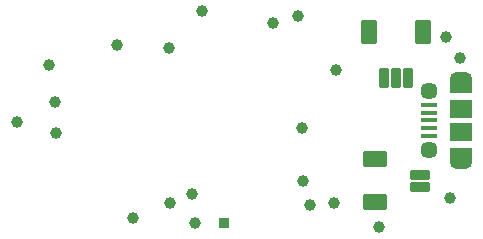
<source format=gbr>
G04 #@! TF.GenerationSoftware,KiCad,Pcbnew,7.0.7*
G04 #@! TF.CreationDate,2024-03-13T12:15:20+01:00*
G04 #@! TF.ProjectId,dictofun,64696374-6f66-4756-9e2e-6b696361645f,rev?*
G04 #@! TF.SameCoordinates,Original*
G04 #@! TF.FileFunction,Soldermask,Bot*
G04 #@! TF.FilePolarity,Negative*
%FSLAX45Y45*%
G04 Gerber Fmt 4.5, Leading zero omitted, Abs format (unit mm)*
G04 Created by KiCad (PCBNEW 7.0.7) date 2024-03-13 12:15:20*
%MOMM*%
%LPD*%
G01*
G04 APERTURE LIST*
G04 Aperture macros list*
%AMRoundRect*
0 Rectangle with rounded corners*
0 $1 Rounding radius*
0 $2 $3 $4 $5 $6 $7 $8 $9 X,Y pos of 4 corners*
0 Add a 4 corners polygon primitive as box body*
4,1,4,$2,$3,$4,$5,$6,$7,$8,$9,$2,$3,0*
0 Add four circle primitives for the rounded corners*
1,1,$1+$1,$2,$3*
1,1,$1+$1,$4,$5*
1,1,$1+$1,$6,$7*
1,1,$1+$1,$8,$9*
0 Add four rect primitives between the rounded corners*
20,1,$1+$1,$2,$3,$4,$5,0*
20,1,$1+$1,$4,$5,$6,$7,0*
20,1,$1+$1,$6,$7,$8,$9,0*
20,1,$1+$1,$8,$9,$2,$3,0*%
G04 Aperture macros list end*
%ADD10C,1.000000*%
%ADD11R,0.850000X0.850000*%
%ADD12R,1.350000X0.400000*%
%ADD13O,1.900000X1.200000*%
%ADD14R,1.900000X1.200000*%
%ADD15C,1.450000*%
%ADD16R,1.900000X1.500000*%
%ADD17RoundRect,0.102000X-0.300000X0.775000X-0.300000X-0.775000X0.300000X-0.775000X0.300000X0.775000X0*%
%ADD18RoundRect,0.102000X0.600000X0.900000X-0.600000X0.900000X-0.600000X-0.900000X0.600000X-0.900000X0*%
%ADD19RoundRect,0.102000X-0.775000X-0.300000X0.775000X-0.300000X0.775000X0.300000X-0.775000X0.300000X0*%
%ADD20RoundRect,0.102000X-0.900000X-0.600000X0.900000X-0.600000X0.900000X0.600000X-0.900000X0.600000X0*%
G04 APERTURE END LIST*
D10*
X13096240Y-10764520D03*
X13975080Y-9017000D03*
X11596000Y-9911000D03*
X14069060Y-10614660D03*
X12885420Y-10601960D03*
X14013180Y-10416540D03*
X11920220Y-10007600D03*
X14290040Y-9474200D03*
X12435840Y-9260840D03*
X15340000Y-9374000D03*
X15255240Y-10553700D03*
X15224760Y-9192260D03*
X13070840Y-10525760D03*
X12570460Y-10728960D03*
X11915140Y-9740900D03*
X12877800Y-9286240D03*
X14272260Y-10599420D03*
X11866880Y-9433560D03*
X13162280Y-8973820D03*
D11*
X13347700Y-10767060D03*
D10*
X14003020Y-9964420D03*
X13759180Y-9077960D03*
X14658340Y-10805160D03*
D12*
X15080000Y-9770000D03*
X15080000Y-9835000D03*
X15080000Y-9900000D03*
X15080000Y-9965000D03*
X15080000Y-10030000D03*
D13*
X15350000Y-9550000D03*
D14*
X15350000Y-9610000D03*
D15*
X15080000Y-9650000D03*
D16*
X15350000Y-9800000D03*
X15350000Y-10000000D03*
D15*
X15080000Y-10150000D03*
D14*
X15350000Y-10190000D03*
D13*
X15350000Y-10250000D03*
D17*
X14700000Y-9537500D03*
X14800000Y-9537500D03*
X14900000Y-9537500D03*
D18*
X14570000Y-9150000D03*
X15030000Y-9150000D03*
D19*
X15007500Y-10460000D03*
X15007500Y-10360000D03*
D20*
X14620000Y-10590000D03*
X14620000Y-10230000D03*
M02*

</source>
